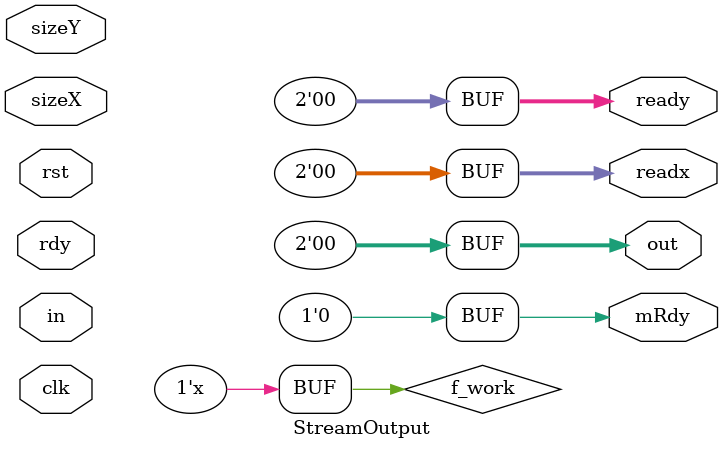
<source format=v>
module StreamOutput
#(
	parameter maxWidthLen= 0, // maxWidth = 2 ^ maxWidtLen
	parameter sizeValue = 0 // Maksymalny rozmiar komórki w macierzy
)(
	input clk,
	input rst,
	
	input rdy,
	
	input[maxWidthLen - 1 : 0] sizeX,
	input[maxWidthLen - 1 : 0] sizeY,
	
	output reg mRdy,
	output reg signed[maxWidthLen - 1 : 0] out,
	
	output reg[maxWidthLen - 1:0] readx,
	output reg[maxWidthLen - 1:0] ready,
	
	input signed[sizeValue - 1:0] in
	
);

reg f_work;
reg n_work;

reg f_status;
reg n_status;

reg signed[sizeValue - 1:0] f_out;

reg[maxWidthLen - 1:0] rx;
reg[maxWidthLen - 1:0] ry;

reg[maxWidthLen - 1:0] f_rx;
reg[maxWidthLen - 1:0] f_ry;

always@(posedge clk or posedge rst)begin
	if(rst) begin
		f_work = 0;
		f_status = 0;
		end
	else begin
		f_work = n_work;
		f_status = n_status;
		end
end

always@(posedge clk or posedge rst)begin
	if(rst) begin
		f_rx = 0;
		f_ry = 0;
		f_out = 0;
	end else
	begin
		f_rx = rx;
		f_ry = ry;
		f_out = out;
	end
end

always@(*)begin

	rx = f_rx;
	ry = f_ry;
	
	readx = 0;
	ready = 0;
	
	mRdy = 0;
	out = f_out;
	
	n_work = f_work;
	n_status = f_status;
	
	if(rdy)begin
		rx = 0;
		ry = 0;
		n_work = 1;
		n_status = 0;
		out = 0;
	end
	
	if(f_work) begin
		
		
		if(f_rx == sizeX && f_ry == sizeY) begin
			f_work = 0;
			mRdy = 1;
		end
		
		n_status = ~f_status;
		
		if(f_status) begin
			readx = f_rx;
			ready = f_ry;
		end else
		begin
			if(f_rx == sizeX) begin
				rx = 0;
				ry = f_ry + 1;
			end else
			begin
				rx = f_rx + 1;
			end
			
			out = in;
		end
	end else out = 0;
	
end

endmodule

</source>
